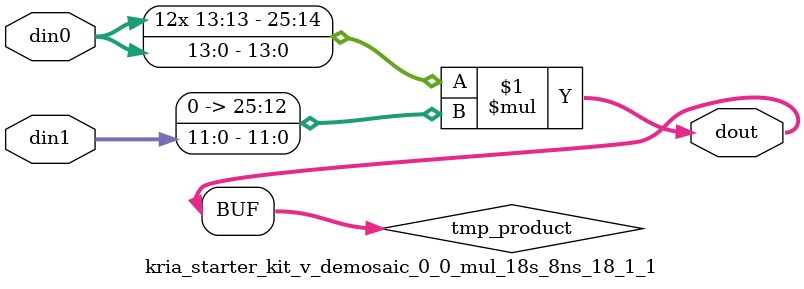
<source format=v>

`timescale 1 ns / 1 ps

 module kria_starter_kit_v_demosaic_0_0_mul_18s_8ns_18_1_1(din0, din1, dout);
parameter ID = 1;
parameter NUM_STAGE = 0;
parameter din0_WIDTH = 14;
parameter din1_WIDTH = 12;
parameter dout_WIDTH = 26;

input [din0_WIDTH - 1 : 0] din0; 
input [din1_WIDTH - 1 : 0] din1; 
output [dout_WIDTH - 1 : 0] dout;

wire signed [dout_WIDTH - 1 : 0] tmp_product;


























assign tmp_product = $signed(din0) * $signed({1'b0, din1});









assign dout = tmp_product;





















endmodule

</source>
